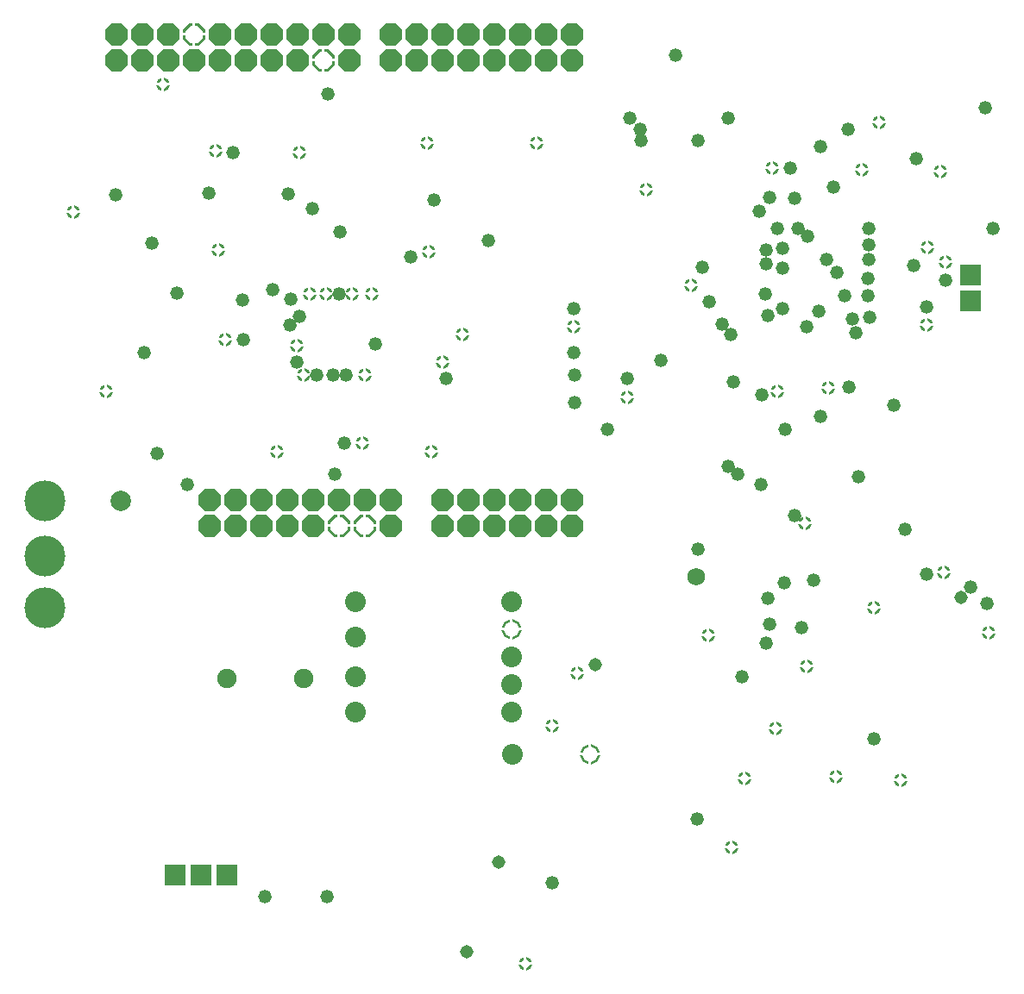
<source format=gbr>
%FSLAX23Y23*%
%MOIN*%
G04 EasyPC Gerber Version 17.0 Build 3379 *
%ADD150R,0.08000X0.08000*%
%ADD165C,0.05150*%
%ADD164C,0.05200*%
%ADD166C,0.06800*%
%ADD155C,0.07512*%
%ADD157C,0.07906*%
%ADD151C,0.08000*%
%ADD154C,0.08000*%
%AMT162*0 Octagon Pad at angle 0*4,1,8,-0.01780,-0.04300,0.01780,-0.04300,0.04300,-0.01780,0.04300,0.01780,0.01780,0.04300,-0.01780,0.04300,-0.04300,0.01780,-0.04300,-0.01780,-0.01780,-0.04300,0*%
%ADD162T162*%
%AMT161*0 Thermal pad*4,1,8,0.03300,0.00500,0.03300,0.01367,0.01367,0.03300,0.00500,0.03300,0.00500,0.04300,0.01780,0.04300,0.04300,0.01780,0.04300,0.00500,0.03300,0.00500,0*4,1,8,-0.00500,0.03300,-0.01367,0.03300,-0.03300,0.01367,-0.03300,0.00500,-0.04300,0.00500,-0.04300,0.01780,-0.01780,0.04300,-0.00500,0.04300,-0.00500,0.03300,0*4,1,8,-0.03300,-0.00500,-0.03300,-0.01367,-0.01367,-0.03300,-0.00500,-0.03300,-0.00500,-0.04300,-0.01780,-0.04300,-0.04300,-0.01780,-0.04300,-0.00500,-0.03300,-0.00500,0*4,1,8,0.00500,-0.03300,0.01367,-0.03300,0.03300,-0.01367,0.03300,-0.00500,0.04300,-0.00500,0.04300,-0.01780,0.01780,-0.04300,0.00500,-0.04300,0.00500,-0.03300,0*%
%ADD161T161*%
%AMT160*0 Octagon Pad at angle 0*4,1,8,-0.01780,-0.04300,0.01780,-0.04300,0.04300,-0.01780,0.04300,0.01780,0.01780,0.04300,-0.01780,0.04300,-0.04300,0.01780,-0.04300,-0.01780,-0.01780,-0.04300,0*%
%ADD160T160*%
%AMT159*0 Thermal pad*4,1,8,0.03300,0.00500,0.03300,0.01367,0.01367,0.03300,0.00500,0.03300,0.00500,0.04300,0.01780,0.04300,0.04300,0.01780,0.04300,0.00500,0.03300,0.00500,0*4,1,8,-0.00500,0.03300,-0.01367,0.03300,-0.03300,0.01367,-0.03300,0.00500,-0.04300,0.00500,-0.04300,0.01780,-0.01780,0.04300,-0.00500,0.04300,-0.00500,0.03300,0*4,1,8,-0.03300,-0.00500,-0.03300,-0.01367,-0.01367,-0.03300,-0.00500,-0.03300,-0.00500,-0.04300,-0.01780,-0.04300,-0.04300,-0.01780,-0.04300,-0.00500,-0.03300,-0.00500,0*4,1,8,0.00500,-0.03300,0.01367,-0.03300,0.03300,-0.01367,0.03300,-0.00500,0.04300,-0.00500,0.04300,-0.01780,0.01780,-0.04300,0.00500,-0.04300,0.00500,-0.03300,0*%
%ADD159T159*%
%AMT158*0 Octagon Pad at angle 0*4,1,8,-0.01780,-0.04300,0.01780,-0.04300,0.04300,-0.01780,0.04300,0.01780,0.01780,0.04300,-0.01780,0.04300,-0.04300,0.01780,-0.04300,-0.01780,-0.01780,-0.04300,0*%
%ADD158T158*%
%AMT163*0 Thermal pad*7,0,0,0.05200,0.03200,0.01000,0*%
%ADD163T163*%
%AMT152*0 Thermal pad*7,0,0,0.08000,0.06000,0.01000,0*%
%ADD152T152*%
%AMT153*0 Thermal pad*7,0,0,0.08000,0.06000,0.01000,0*%
%ADD153T153*%
%ADD156C,0.15780*%
X0Y0D02*
D02*
D150*
X968Y646D03*
X1068D03*
X1168D03*
X4041Y2865D03*
Y2965D03*
D02*
D151*
X1664Y1274D03*
X1664Y1411D03*
Y1702D03*
X1664Y1564D03*
X2268Y1381D03*
Y1488D03*
Y1702D03*
X2268Y1274D03*
D02*
D152*
X2268Y1595D03*
D02*
D153*
X2571Y1111D03*
D02*
D154*
X2271D03*
D02*
D155*
X1168Y1407D03*
X1463D03*
D02*
D156*
X464Y1678D03*
Y1878D03*
Y2091D03*
D02*
D157*
X759Y2092D03*
D02*
D158*
X940Y3895D03*
X1140D03*
X1240D03*
X1340D03*
X1400Y1995D03*
X1440Y3895D03*
X1500Y1995D03*
X1540Y3895D03*
X1640D03*
X1800D03*
X1900D03*
X2000Y1995D03*
Y3895D03*
X2100Y1995D03*
Y3895D03*
X2200Y1995D03*
Y3895D03*
X2300Y1995D03*
Y3895D03*
X2400Y1995D03*
Y3895D03*
X2500Y1995D03*
Y3895D03*
D02*
D159*
X1040D03*
X1600Y1995D03*
X1700D03*
D02*
D160*
X740Y3795D03*
Y3895D03*
X840Y3795D03*
Y3895D03*
X940Y3795D03*
X1040D03*
X1100Y1995D03*
X1140Y3795D03*
X1200Y1995D03*
X1240Y3795D03*
X1300Y1995D03*
X1340Y3795D03*
X1800Y1995D03*
D02*
D161*
X1540Y3795D03*
D02*
D162*
X1100Y2095D03*
X1200D03*
X1300D03*
X1400D03*
X1440Y3795D03*
X1500Y2095D03*
X1600D03*
X1640Y3795D03*
X1700Y2095D03*
X1800D03*
Y3795D03*
X1900D03*
X2000Y2095D03*
Y3795D03*
X2100Y2095D03*
Y3795D03*
X2200Y2095D03*
Y3795D03*
X2300Y2095D03*
Y3795D03*
X2400Y2095D03*
Y3795D03*
X2500Y2095D03*
Y3795D03*
D02*
D163*
X575Y3209D03*
X702Y2514D03*
X920Y3701D03*
X1124Y3445D03*
X1133Y3061D03*
X1162Y2714D03*
X1362Y2283D03*
X1439Y2691D03*
X1448Y3439D03*
X1464Y2578D03*
X1489Y2891D03*
X1551D03*
X1651D03*
X1692Y2314D03*
X1701Y2578D03*
X1726Y2891D03*
X1942Y3477D03*
X1947Y3054D03*
X1957Y2281D03*
X2001Y2628D03*
X2077Y2736D03*
X2320Y303D03*
X2365Y3477D03*
X2425Y1222D03*
X2507Y2764D03*
X2521Y1425D03*
X2714Y2491D03*
X2789Y3294D03*
X2962Y2927D03*
X3029Y1571D03*
X3118Y752D03*
X3166Y1019D03*
X3273Y3380D03*
X3289Y1211D03*
X3295Y2517D03*
X3401Y2006D03*
X3407Y1453D03*
X3491Y2530D03*
X3521Y1025D03*
X3620Y3372D03*
X3669Y1678D03*
X3687Y3555D03*
X3772Y1012D03*
X3870Y2772D03*
X3875Y3072D03*
X3924Y3366D03*
X3938Y1815D03*
X3944Y3016D03*
X4111Y1581D03*
D02*
D164*
X739Y3274D03*
X849Y2665D03*
X877Y3089D03*
X897Y2275D03*
X974Y2896D03*
X1013Y2157D03*
X1098Y3282D03*
X1191Y3439D03*
X1227Y2869D03*
X1232Y2714D03*
X1314Y561D03*
X1345Y2910D03*
X1405Y3280D03*
X1412Y2773D03*
X1413Y2871D03*
X1439Y2628D03*
X1446Y2807D03*
X1498Y3223D03*
X1514Y2578D03*
X1554Y561D03*
X1556Y3666D03*
X1576Y2578D03*
X1583Y2196D03*
X1601Y2891D03*
X1604Y3132D03*
X1622Y2314D03*
X1626Y2578D03*
X1740Y2699D03*
X1877Y3034D03*
X1966Y3257D03*
X2014Y2566D03*
X2177Y3099D03*
X2424Y617D03*
X2507Y2664D03*
Y2834D03*
X2512Y2579D03*
X2512Y2471D03*
X2636Y2369D03*
X2714Y2566D03*
X2723Y3571D03*
X2763Y3530D03*
X2767Y3484D03*
X2845Y2637D03*
X2900Y3815D03*
X2983Y861D03*
X2987Y1906D03*
Y3486D03*
X3005Y2997D03*
X3030Y2862D03*
X3080Y2775D03*
X3104Y2227D03*
X3105Y3571D03*
X3114Y2735D03*
X3124Y2551D03*
X3140Y2196D03*
X3159Y1411D03*
X3225Y3212D03*
X3232Y2157D03*
X3234Y2503D03*
X3249Y2891D03*
X3250Y3010D03*
X3252Y1542D03*
Y3061D03*
X3257Y1717D03*
X3259Y2810D03*
X3264Y1615D03*
X3265Y3267D03*
X3294Y3146D03*
X3314Y2835D03*
X3315Y2993D03*
Y3068D03*
X3322Y1777D03*
X3324Y2369D03*
X3343Y3380D03*
X3360Y3262D03*
X3361Y2036D03*
X3375Y3147D03*
X3387Y1602D03*
X3408Y2764D03*
X3411Y3114D03*
X3433Y1786D03*
X3453Y2826D03*
X3460Y2419D03*
X3461Y3463D03*
X3484Y3026D03*
X3510Y3307D03*
X3523Y2975D03*
X3554Y2886D03*
X3569Y3530D03*
X3570Y2532D03*
X3584Y2796D03*
X3599Y2741D03*
X3606Y2187D03*
X3644Y2952D03*
X3645Y2887D03*
X3648Y3081D03*
X3649Y3026D03*
Y3146D03*
X3650Y2802D03*
X3667Y1171D03*
X3744Y2461D03*
X3787Y1983D03*
X3820Y3002D03*
X3831Y3417D03*
X3870Y2842D03*
X3871Y1809D03*
X3944Y2946D03*
X4040Y1759D03*
X4099Y3611D03*
X4105Y1697D03*
X4127Y3146D03*
D02*
D165*
X2095Y348D03*
X2219Y695D03*
X2590Y1458D03*
X4005Y1718D03*
D02*
D166*
X2982Y1799D03*
X0Y0D02*
M02*

</source>
